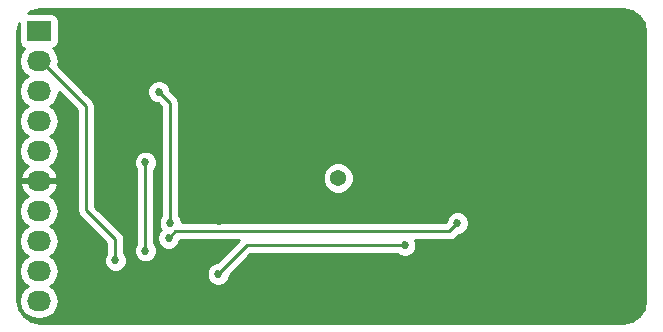
<source format=gbl>
%TF.GenerationSoftware,KiCad,Pcbnew,4.0.5-e0-6337~49~ubuntu16.04.1*%
%TF.CreationDate,2017-01-10T12:19:59-08:00*%
%TF.ProjectId,fgpmmopa6h-gps-breakout,6667706D6D6F706136682D6770732D62,v1.0*%
%TF.FileFunction,Copper,L2,Bot,Signal*%
%FSLAX46Y46*%
G04 Gerber Fmt 4.6, Leading zero omitted, Abs format (unit mm)*
G04 Created by KiCad (PCBNEW 4.0.5-e0-6337~49~ubuntu16.04.1) date Tue Jan 10 12:19:59 2017*
%MOMM*%
%LPD*%
G01*
G04 APERTURE LIST*
%ADD10C,0.350000*%
%ADD11C,1.371600*%
%ADD12R,2.032000X1.727200*%
%ADD13O,2.032000X1.727200*%
%ADD14C,0.685800*%
%ADD15C,0.254000*%
%ADD16C,0.330200*%
%ADD17C,0.350000*%
G04 APERTURE END LIST*
D10*
D11*
X156156000Y-93731180D03*
D12*
X130810000Y-81280000D03*
D13*
X130810000Y-83820000D03*
X130810000Y-86360000D03*
X130810000Y-88900000D03*
X130810000Y-91440000D03*
X130810000Y-93980000D03*
X130810000Y-96520000D03*
X130810000Y-99060000D03*
X130810000Y-101600000D03*
X130810000Y-104140000D03*
D14*
X139509500Y-88582500D03*
X170497500Y-102298500D03*
X170624500Y-99250500D03*
X166052500Y-102425500D03*
X166116000Y-99314000D03*
X171259500Y-96139000D03*
X171196000Y-87185500D03*
X143256000Y-84264500D03*
X143256000Y-90551000D03*
X146177000Y-90741500D03*
X143256000Y-86614000D03*
X147193000Y-83248500D03*
X165671500Y-89281000D03*
X162115500Y-89281000D03*
X149860000Y-90868500D03*
X146050000Y-97345500D03*
X149796500Y-97218500D03*
X137716500Y-89535000D03*
X139827000Y-99885500D03*
X139827000Y-92392500D03*
X137287000Y-100711000D03*
X166243000Y-97536000D03*
X141795500Y-98806000D03*
X145986500Y-101854000D03*
X161798000Y-99441000D03*
X141922500Y-97536000D03*
X140970000Y-86423500D03*
D15*
X139827000Y-99885500D02*
X139827000Y-98806000D01*
X139827000Y-92392500D02*
X139827000Y-98806000D01*
X134810500Y-96456500D02*
X134810500Y-87668100D01*
X134810500Y-87668100D02*
X130962400Y-83820000D01*
X130962400Y-83820000D02*
X130810000Y-83820000D01*
X137287000Y-98933000D02*
X134810500Y-96456500D01*
X137287000Y-100711000D02*
X137287000Y-98933000D01*
X141795500Y-98806000D02*
X142367000Y-98234500D01*
X142367000Y-98234500D02*
X165544500Y-98234500D01*
X165544500Y-98234500D02*
X166243000Y-97536000D01*
X161798000Y-99441000D02*
X148399500Y-99441000D01*
X148399500Y-99441000D02*
X145986500Y-101854000D01*
X140970000Y-86423500D02*
X141922500Y-87376000D01*
X141922500Y-87376000D02*
X141922500Y-97536000D01*
G36*
X181034520Y-79603282D02*
X181623304Y-79996696D01*
X182016719Y-80585482D01*
X182168800Y-81350044D01*
X182168800Y-104069956D01*
X182016719Y-104834518D01*
X181623304Y-105423304D01*
X181034520Y-105816718D01*
X180269955Y-105968800D01*
X130880044Y-105968800D01*
X130115482Y-105816719D01*
X129526696Y-105423304D01*
X129133282Y-104834520D01*
X128981200Y-104069955D01*
X128981200Y-96520000D01*
X129126655Y-96520000D01*
X129240729Y-97093489D01*
X129565585Y-97579670D01*
X129880366Y-97790000D01*
X129565585Y-98000330D01*
X129240729Y-98486511D01*
X129126655Y-99060000D01*
X129240729Y-99633489D01*
X129565585Y-100119670D01*
X129880366Y-100330000D01*
X129565585Y-100540330D01*
X129240729Y-101026511D01*
X129126655Y-101600000D01*
X129240729Y-102173489D01*
X129565585Y-102659670D01*
X129880366Y-102870000D01*
X129565585Y-103080330D01*
X129240729Y-103566511D01*
X129126655Y-104140000D01*
X129240729Y-104713489D01*
X129565585Y-105199670D01*
X130051766Y-105524526D01*
X130625255Y-105638600D01*
X130994745Y-105638600D01*
X131568234Y-105524526D01*
X132054415Y-105199670D01*
X132379271Y-104713489D01*
X132493345Y-104140000D01*
X132379271Y-103566511D01*
X132054415Y-103080330D01*
X131739634Y-102870000D01*
X132054415Y-102659670D01*
X132379271Y-102173489D01*
X132493345Y-101600000D01*
X132379271Y-101026511D01*
X132054415Y-100540330D01*
X131739634Y-100330000D01*
X132054415Y-100119670D01*
X132379271Y-99633489D01*
X132493345Y-99060000D01*
X132379271Y-98486511D01*
X132054415Y-98000330D01*
X131739634Y-97790000D01*
X132054415Y-97579670D01*
X132379271Y-97093489D01*
X132493345Y-96520000D01*
X132379271Y-95946511D01*
X132054415Y-95460330D01*
X131744931Y-95253539D01*
X132160732Y-94882036D01*
X132414709Y-94354791D01*
X132417358Y-94339026D01*
X132296217Y-94107000D01*
X130937000Y-94107000D01*
X130937000Y-94127000D01*
X130683000Y-94127000D01*
X130683000Y-94107000D01*
X129323783Y-94107000D01*
X129202642Y-94339026D01*
X129205291Y-94354791D01*
X129459268Y-94882036D01*
X129875069Y-95253539D01*
X129565585Y-95460330D01*
X129240729Y-95946511D01*
X129126655Y-96520000D01*
X128981200Y-96520000D01*
X128981200Y-81350045D01*
X129133282Y-80585480D01*
X129146560Y-80565608D01*
X129146560Y-82143600D01*
X129190838Y-82378917D01*
X129329910Y-82595041D01*
X129542110Y-82740031D01*
X129583439Y-82748400D01*
X129565585Y-82760330D01*
X129240729Y-83246511D01*
X129126655Y-83820000D01*
X129240729Y-84393489D01*
X129565585Y-84879670D01*
X129880366Y-85090000D01*
X129565585Y-85300330D01*
X129240729Y-85786511D01*
X129126655Y-86360000D01*
X129240729Y-86933489D01*
X129565585Y-87419670D01*
X129880366Y-87630000D01*
X129565585Y-87840330D01*
X129240729Y-88326511D01*
X129126655Y-88900000D01*
X129240729Y-89473489D01*
X129565585Y-89959670D01*
X129880366Y-90170000D01*
X129565585Y-90380330D01*
X129240729Y-90866511D01*
X129126655Y-91440000D01*
X129240729Y-92013489D01*
X129565585Y-92499670D01*
X129875069Y-92706461D01*
X129459268Y-93077964D01*
X129205291Y-93605209D01*
X129202642Y-93620974D01*
X129323783Y-93853000D01*
X130683000Y-93853000D01*
X130683000Y-93833000D01*
X130937000Y-93833000D01*
X130937000Y-93853000D01*
X132296217Y-93853000D01*
X132417358Y-93620974D01*
X132414709Y-93605209D01*
X132160732Y-93077964D01*
X131744931Y-92706461D01*
X132054415Y-92499670D01*
X132379271Y-92013489D01*
X132493345Y-91440000D01*
X132379271Y-90866511D01*
X132054415Y-90380330D01*
X131739634Y-90170000D01*
X132054415Y-89959670D01*
X132379271Y-89473489D01*
X132493345Y-88900000D01*
X132379271Y-88326511D01*
X132054415Y-87840330D01*
X131739634Y-87630000D01*
X132054415Y-87419670D01*
X132379271Y-86933489D01*
X132481968Y-86417198D01*
X134048500Y-87983731D01*
X134048500Y-96456500D01*
X134106504Y-96748105D01*
X134162564Y-96832004D01*
X134271685Y-96995315D01*
X136525000Y-99248630D01*
X136525000Y-100089917D01*
X136458460Y-100156341D01*
X136309270Y-100515630D01*
X136308931Y-100904663D01*
X136457493Y-101264212D01*
X136732341Y-101539540D01*
X137091630Y-101688730D01*
X137480663Y-101689069D01*
X137840212Y-101540507D01*
X138115540Y-101265659D01*
X138264730Y-100906370D01*
X138265069Y-100517337D01*
X138116507Y-100157788D01*
X138049000Y-100090163D01*
X138049000Y-98933000D01*
X137990996Y-98641395D01*
X137825815Y-98394185D01*
X135572500Y-96140870D01*
X135572500Y-92586163D01*
X138848931Y-92586163D01*
X138997493Y-92945712D01*
X139065000Y-93013337D01*
X139065000Y-99264417D01*
X138998460Y-99330841D01*
X138849270Y-99690130D01*
X138848931Y-100079163D01*
X138997493Y-100438712D01*
X139272341Y-100714040D01*
X139631630Y-100863230D01*
X140020663Y-100863569D01*
X140380212Y-100715007D01*
X140655540Y-100440159D01*
X140804730Y-100080870D01*
X140805069Y-99691837D01*
X140656507Y-99332288D01*
X140589000Y-99264663D01*
X140589000Y-93013583D01*
X140655540Y-92947159D01*
X140804730Y-92587870D01*
X140805069Y-92198837D01*
X140656507Y-91839288D01*
X140381659Y-91563960D01*
X140022370Y-91414770D01*
X139633337Y-91414431D01*
X139273788Y-91562993D01*
X138998460Y-91837841D01*
X138849270Y-92197130D01*
X138848931Y-92586163D01*
X135572500Y-92586163D01*
X135572500Y-87668100D01*
X135514496Y-87376495D01*
X135431338Y-87252040D01*
X135349315Y-87129284D01*
X134837194Y-86617163D01*
X139991931Y-86617163D01*
X140140493Y-86976712D01*
X140415341Y-87252040D01*
X140774630Y-87401230D01*
X140870183Y-87401313D01*
X141160500Y-87691631D01*
X141160500Y-96914917D01*
X141093960Y-96981341D01*
X140944770Y-97340630D01*
X140944431Y-97729663D01*
X141092993Y-98089212D01*
X141111151Y-98107402D01*
X140966960Y-98251341D01*
X140817770Y-98610630D01*
X140817431Y-98999663D01*
X140965993Y-99359212D01*
X141240841Y-99634540D01*
X141600130Y-99783730D01*
X141989163Y-99784069D01*
X142348712Y-99635507D01*
X142624040Y-99360659D01*
X142773230Y-99001370D01*
X142773234Y-98996500D01*
X147766369Y-98996500D01*
X145886857Y-100876013D01*
X145792837Y-100875931D01*
X145433288Y-101024493D01*
X145157960Y-101299341D01*
X145008770Y-101658630D01*
X145008431Y-102047663D01*
X145156993Y-102407212D01*
X145431841Y-102682540D01*
X145791130Y-102831730D01*
X146180163Y-102832069D01*
X146539712Y-102683507D01*
X146815040Y-102408659D01*
X146964230Y-102049370D01*
X146964313Y-101953817D01*
X148715131Y-100203000D01*
X161176917Y-100203000D01*
X161243341Y-100269540D01*
X161602630Y-100418730D01*
X161991663Y-100419069D01*
X162351212Y-100270507D01*
X162626540Y-99995659D01*
X162775730Y-99636370D01*
X162776069Y-99247337D01*
X162672426Y-98996500D01*
X165544500Y-98996500D01*
X165836105Y-98938496D01*
X166083315Y-98773315D01*
X166342643Y-98513987D01*
X166436663Y-98514069D01*
X166796212Y-98365507D01*
X167071540Y-98090659D01*
X167220730Y-97731370D01*
X167221069Y-97342337D01*
X167072507Y-96982788D01*
X166797659Y-96707460D01*
X166438370Y-96558270D01*
X166049337Y-96557931D01*
X165689788Y-96706493D01*
X165414460Y-96981341D01*
X165265270Y-97340630D01*
X165265187Y-97436183D01*
X165228870Y-97472500D01*
X142900456Y-97472500D01*
X142900569Y-97342337D01*
X142752007Y-96982788D01*
X142684500Y-96915163D01*
X142684500Y-93992751D01*
X154834971Y-93992751D01*
X155035627Y-94478376D01*
X155406850Y-94850247D01*
X155892124Y-95051750D01*
X156417571Y-95052209D01*
X156903196Y-94851553D01*
X157275067Y-94480330D01*
X157476570Y-93995056D01*
X157477029Y-93469609D01*
X157276373Y-92983984D01*
X156905150Y-92612113D01*
X156419876Y-92410610D01*
X155894429Y-92410151D01*
X155408804Y-92610807D01*
X155036933Y-92982030D01*
X154835430Y-93467304D01*
X154834971Y-93992751D01*
X142684500Y-93992751D01*
X142684500Y-87376000D01*
X142626496Y-87084395D01*
X142555511Y-86978159D01*
X142461315Y-86837184D01*
X141947987Y-86323857D01*
X141948069Y-86229837D01*
X141799507Y-85870288D01*
X141524659Y-85594960D01*
X141165370Y-85445770D01*
X140776337Y-85445431D01*
X140416788Y-85593993D01*
X140141460Y-85868841D01*
X139992270Y-86228130D01*
X139991931Y-86617163D01*
X134837194Y-86617163D01*
X132418135Y-84198105D01*
X132493345Y-83820000D01*
X132379271Y-83246511D01*
X132054415Y-82760330D01*
X132040087Y-82750757D01*
X132061317Y-82746762D01*
X132277441Y-82607690D01*
X132422431Y-82395490D01*
X132473440Y-82143600D01*
X132473440Y-80416400D01*
X132429162Y-80181083D01*
X132290090Y-79964959D01*
X132077890Y-79819969D01*
X131826000Y-79768960D01*
X129867526Y-79768960D01*
X130115482Y-79603281D01*
X130880044Y-79451200D01*
X180269955Y-79451200D01*
X181034520Y-79603282D01*
X181034520Y-79603282D01*
G37*
X181034520Y-79603282D02*
X181623304Y-79996696D01*
X182016719Y-80585482D01*
X182168800Y-81350044D01*
X182168800Y-104069956D01*
X182016719Y-104834518D01*
X181623304Y-105423304D01*
X181034520Y-105816718D01*
X180269955Y-105968800D01*
X130880044Y-105968800D01*
X130115482Y-105816719D01*
X129526696Y-105423304D01*
X129133282Y-104834520D01*
X128981200Y-104069955D01*
X128981200Y-96520000D01*
X129126655Y-96520000D01*
X129240729Y-97093489D01*
X129565585Y-97579670D01*
X129880366Y-97790000D01*
X129565585Y-98000330D01*
X129240729Y-98486511D01*
X129126655Y-99060000D01*
X129240729Y-99633489D01*
X129565585Y-100119670D01*
X129880366Y-100330000D01*
X129565585Y-100540330D01*
X129240729Y-101026511D01*
X129126655Y-101600000D01*
X129240729Y-102173489D01*
X129565585Y-102659670D01*
X129880366Y-102870000D01*
X129565585Y-103080330D01*
X129240729Y-103566511D01*
X129126655Y-104140000D01*
X129240729Y-104713489D01*
X129565585Y-105199670D01*
X130051766Y-105524526D01*
X130625255Y-105638600D01*
X130994745Y-105638600D01*
X131568234Y-105524526D01*
X132054415Y-105199670D01*
X132379271Y-104713489D01*
X132493345Y-104140000D01*
X132379271Y-103566511D01*
X132054415Y-103080330D01*
X131739634Y-102870000D01*
X132054415Y-102659670D01*
X132379271Y-102173489D01*
X132493345Y-101600000D01*
X132379271Y-101026511D01*
X132054415Y-100540330D01*
X131739634Y-100330000D01*
X132054415Y-100119670D01*
X132379271Y-99633489D01*
X132493345Y-99060000D01*
X132379271Y-98486511D01*
X132054415Y-98000330D01*
X131739634Y-97790000D01*
X132054415Y-97579670D01*
X132379271Y-97093489D01*
X132493345Y-96520000D01*
X132379271Y-95946511D01*
X132054415Y-95460330D01*
X131744931Y-95253539D01*
X132160732Y-94882036D01*
X132414709Y-94354791D01*
X132417358Y-94339026D01*
X132296217Y-94107000D01*
X130937000Y-94107000D01*
X130937000Y-94127000D01*
X130683000Y-94127000D01*
X130683000Y-94107000D01*
X129323783Y-94107000D01*
X129202642Y-94339026D01*
X129205291Y-94354791D01*
X129459268Y-94882036D01*
X129875069Y-95253539D01*
X129565585Y-95460330D01*
X129240729Y-95946511D01*
X129126655Y-96520000D01*
X128981200Y-96520000D01*
X128981200Y-81350045D01*
X129133282Y-80585480D01*
X129146560Y-80565608D01*
X129146560Y-82143600D01*
X129190838Y-82378917D01*
X129329910Y-82595041D01*
X129542110Y-82740031D01*
X129583439Y-82748400D01*
X129565585Y-82760330D01*
X129240729Y-83246511D01*
X129126655Y-83820000D01*
X129240729Y-84393489D01*
X129565585Y-84879670D01*
X129880366Y-85090000D01*
X129565585Y-85300330D01*
X129240729Y-85786511D01*
X129126655Y-86360000D01*
X129240729Y-86933489D01*
X129565585Y-87419670D01*
X129880366Y-87630000D01*
X129565585Y-87840330D01*
X129240729Y-88326511D01*
X129126655Y-88900000D01*
X129240729Y-89473489D01*
X129565585Y-89959670D01*
X129880366Y-90170000D01*
X129565585Y-90380330D01*
X129240729Y-90866511D01*
X129126655Y-91440000D01*
X129240729Y-92013489D01*
X129565585Y-92499670D01*
X129875069Y-92706461D01*
X129459268Y-93077964D01*
X129205291Y-93605209D01*
X129202642Y-93620974D01*
X129323783Y-93853000D01*
X130683000Y-93853000D01*
X130683000Y-93833000D01*
X130937000Y-93833000D01*
X130937000Y-93853000D01*
X132296217Y-93853000D01*
X132417358Y-93620974D01*
X132414709Y-93605209D01*
X132160732Y-93077964D01*
X131744931Y-92706461D01*
X132054415Y-92499670D01*
X132379271Y-92013489D01*
X132493345Y-91440000D01*
X132379271Y-90866511D01*
X132054415Y-90380330D01*
X131739634Y-90170000D01*
X132054415Y-89959670D01*
X132379271Y-89473489D01*
X132493345Y-88900000D01*
X132379271Y-88326511D01*
X132054415Y-87840330D01*
X131739634Y-87630000D01*
X132054415Y-87419670D01*
X132379271Y-86933489D01*
X132481968Y-86417198D01*
X134048500Y-87983731D01*
X134048500Y-96456500D01*
X134106504Y-96748105D01*
X134162564Y-96832004D01*
X134271685Y-96995315D01*
X136525000Y-99248630D01*
X136525000Y-100089917D01*
X136458460Y-100156341D01*
X136309270Y-100515630D01*
X136308931Y-100904663D01*
X136457493Y-101264212D01*
X136732341Y-101539540D01*
X137091630Y-101688730D01*
X137480663Y-101689069D01*
X137840212Y-101540507D01*
X138115540Y-101265659D01*
X138264730Y-100906370D01*
X138265069Y-100517337D01*
X138116507Y-100157788D01*
X138049000Y-100090163D01*
X138049000Y-98933000D01*
X137990996Y-98641395D01*
X137825815Y-98394185D01*
X135572500Y-96140870D01*
X135572500Y-92586163D01*
X138848931Y-92586163D01*
X138997493Y-92945712D01*
X139065000Y-93013337D01*
X139065000Y-99264417D01*
X138998460Y-99330841D01*
X138849270Y-99690130D01*
X138848931Y-100079163D01*
X138997493Y-100438712D01*
X139272341Y-100714040D01*
X139631630Y-100863230D01*
X140020663Y-100863569D01*
X140380212Y-100715007D01*
X140655540Y-100440159D01*
X140804730Y-100080870D01*
X140805069Y-99691837D01*
X140656507Y-99332288D01*
X140589000Y-99264663D01*
X140589000Y-93013583D01*
X140655540Y-92947159D01*
X140804730Y-92587870D01*
X140805069Y-92198837D01*
X140656507Y-91839288D01*
X140381659Y-91563960D01*
X140022370Y-91414770D01*
X139633337Y-91414431D01*
X139273788Y-91562993D01*
X138998460Y-91837841D01*
X138849270Y-92197130D01*
X138848931Y-92586163D01*
X135572500Y-92586163D01*
X135572500Y-87668100D01*
X135514496Y-87376495D01*
X135431338Y-87252040D01*
X135349315Y-87129284D01*
X134837194Y-86617163D01*
X139991931Y-86617163D01*
X140140493Y-86976712D01*
X140415341Y-87252040D01*
X140774630Y-87401230D01*
X140870183Y-87401313D01*
X141160500Y-87691631D01*
X141160500Y-96914917D01*
X141093960Y-96981341D01*
X140944770Y-97340630D01*
X140944431Y-97729663D01*
X141092993Y-98089212D01*
X141111151Y-98107402D01*
X140966960Y-98251341D01*
X140817770Y-98610630D01*
X140817431Y-98999663D01*
X140965993Y-99359212D01*
X141240841Y-99634540D01*
X141600130Y-99783730D01*
X141989163Y-99784069D01*
X142348712Y-99635507D01*
X142624040Y-99360659D01*
X142773230Y-99001370D01*
X142773234Y-98996500D01*
X147766369Y-98996500D01*
X145886857Y-100876013D01*
X145792837Y-100875931D01*
X145433288Y-101024493D01*
X145157960Y-101299341D01*
X145008770Y-101658630D01*
X145008431Y-102047663D01*
X145156993Y-102407212D01*
X145431841Y-102682540D01*
X145791130Y-102831730D01*
X146180163Y-102832069D01*
X146539712Y-102683507D01*
X146815040Y-102408659D01*
X146964230Y-102049370D01*
X146964313Y-101953817D01*
X148715131Y-100203000D01*
X161176917Y-100203000D01*
X161243341Y-100269540D01*
X161602630Y-100418730D01*
X161991663Y-100419069D01*
X162351212Y-100270507D01*
X162626540Y-99995659D01*
X162775730Y-99636370D01*
X162776069Y-99247337D01*
X162672426Y-98996500D01*
X165544500Y-98996500D01*
X165836105Y-98938496D01*
X166083315Y-98773315D01*
X166342643Y-98513987D01*
X166436663Y-98514069D01*
X166796212Y-98365507D01*
X167071540Y-98090659D01*
X167220730Y-97731370D01*
X167221069Y-97342337D01*
X167072507Y-96982788D01*
X166797659Y-96707460D01*
X166438370Y-96558270D01*
X166049337Y-96557931D01*
X165689788Y-96706493D01*
X165414460Y-96981341D01*
X165265270Y-97340630D01*
X165265187Y-97436183D01*
X165228870Y-97472500D01*
X142900456Y-97472500D01*
X142900569Y-97342337D01*
X142752007Y-96982788D01*
X142684500Y-96915163D01*
X142684500Y-93992751D01*
X154834971Y-93992751D01*
X155035627Y-94478376D01*
X155406850Y-94850247D01*
X155892124Y-95051750D01*
X156417571Y-95052209D01*
X156903196Y-94851553D01*
X157275067Y-94480330D01*
X157476570Y-93995056D01*
X157477029Y-93469609D01*
X157276373Y-92983984D01*
X156905150Y-92612113D01*
X156419876Y-92410610D01*
X155894429Y-92410151D01*
X155408804Y-92610807D01*
X155036933Y-92982030D01*
X154835430Y-93467304D01*
X154834971Y-93992751D01*
X142684500Y-93992751D01*
X142684500Y-87376000D01*
X142626496Y-87084395D01*
X142555511Y-86978159D01*
X142461315Y-86837184D01*
X141947987Y-86323857D01*
X141948069Y-86229837D01*
X141799507Y-85870288D01*
X141524659Y-85594960D01*
X141165370Y-85445770D01*
X140776337Y-85445431D01*
X140416788Y-85593993D01*
X140141460Y-85868841D01*
X139992270Y-86228130D01*
X139991931Y-86617163D01*
X134837194Y-86617163D01*
X132418135Y-84198105D01*
X132493345Y-83820000D01*
X132379271Y-83246511D01*
X132054415Y-82760330D01*
X132040087Y-82750757D01*
X132061317Y-82746762D01*
X132277441Y-82607690D01*
X132422431Y-82395490D01*
X132473440Y-82143600D01*
X132473440Y-80416400D01*
X132429162Y-80181083D01*
X132290090Y-79964959D01*
X132077890Y-79819969D01*
X131826000Y-79768960D01*
X129867526Y-79768960D01*
X130115482Y-79603281D01*
X130880044Y-79451200D01*
X180269955Y-79451200D01*
X181034520Y-79603282D01*
D16*
X139509500Y-88582500D03*
X170497500Y-102298500D03*
X170624500Y-99250500D03*
X166052500Y-102425500D03*
X166116000Y-99314000D03*
X171259500Y-96139000D03*
X171196000Y-87185500D03*
X143256000Y-84264500D03*
X143256000Y-90551000D03*
X146177000Y-90741500D03*
X143256000Y-86614000D03*
X147193000Y-83248500D03*
X165671500Y-89281000D03*
X162115500Y-89281000D03*
X149860000Y-90868500D03*
X146050000Y-97345500D03*
X149796500Y-97218500D03*
X137716500Y-89535000D03*
X139827000Y-99885500D03*
X139827000Y-92392500D03*
X137287000Y-100711000D03*
X166243000Y-97536000D03*
X141795500Y-98806000D03*
X145986500Y-101854000D03*
X161798000Y-99441000D03*
X141922500Y-97536000D03*
X140970000Y-86423500D03*
D17*
X156156000Y-93731180D03*
X130810000Y-81280000D03*
X130810000Y-83820000D03*
X130810000Y-86360000D03*
X130810000Y-88900000D03*
X130810000Y-91440000D03*
X130810000Y-93980000D03*
X130810000Y-96520000D03*
X130810000Y-99060000D03*
X130810000Y-101600000D03*
X130810000Y-104140000D03*
M02*

</source>
